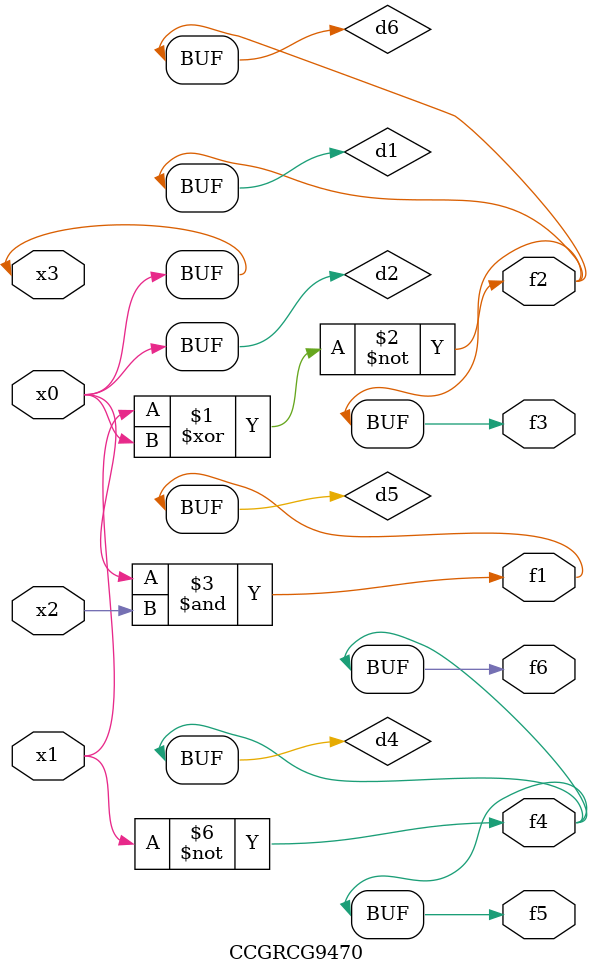
<source format=v>
module CCGRCG9470(
	input x0, x1, x2, x3,
	output f1, f2, f3, f4, f5, f6
);

	wire d1, d2, d3, d4, d5, d6;

	xnor (d1, x1, x3);
	buf (d2, x0, x3);
	nand (d3, x0, x2);
	not (d4, x1);
	nand (d5, d3);
	or (d6, d1);
	assign f1 = d5;
	assign f2 = d6;
	assign f3 = d6;
	assign f4 = d4;
	assign f5 = d4;
	assign f6 = d4;
endmodule

</source>
